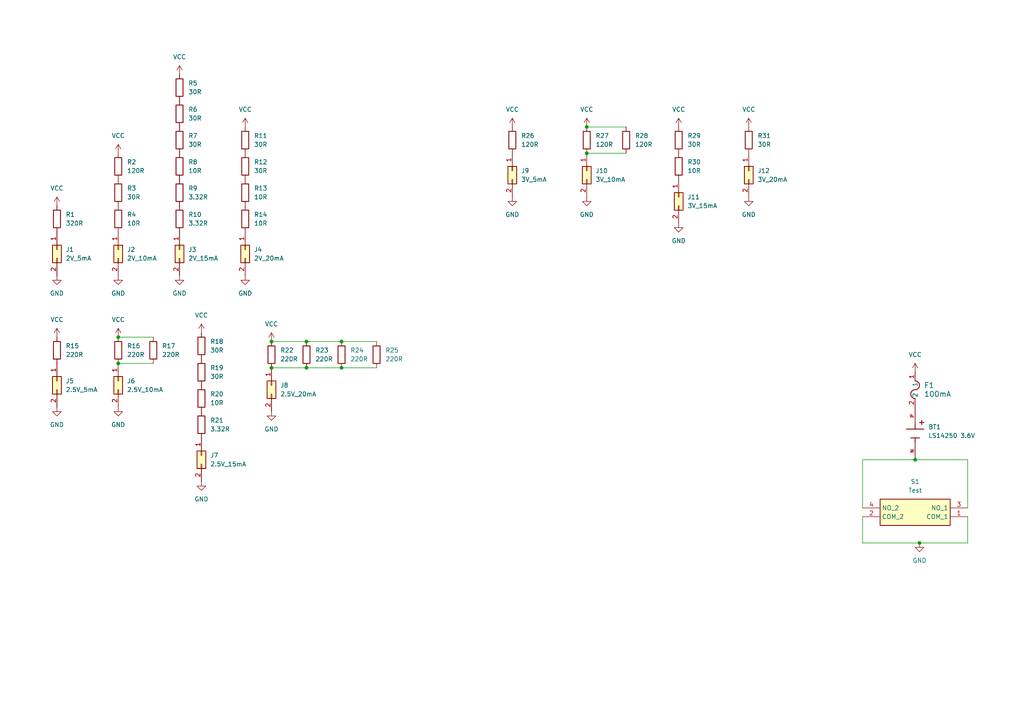
<source format=kicad_sch>
(kicad_sch (version 20230121) (generator eeschema)
  (paper "A4")
  (title_block (title "LED Tester") (rev "1.0") (company "Undefined Systems, LLC"))
  (lib_symbols
    (symbol "108:108" (pin_names (offset 1.016))
      (property "Reference" "BT" (at -3.81 3.81 0))
      (property "Value" "108" (at -3.81 -5.08 0))
      (symbol "108_0_0"
        (polyline (pts (xy -3.81 1.905) (xy -2.54 1.905)) (stroke (width 0.254)))
        (polyline (pts (xy -3.175 2.54) (xy -3.175 1.27)) (stroke (width 0.254)))
        (polyline (pts (xy -1.27 0) (xy -2.54 0)) (stroke (width 0.254)))
        (polyline (pts (xy -1.27 0) (xy -1.27 -2.54)) (stroke (width 0.254)))
        (polyline (pts (xy -1.27 2.54) (xy -1.27 0)) (stroke (width 0.254)))
        (polyline (pts (xy 1.27 0) (xy 1.27 -1.27)) (stroke (width 0.254)))
        (polyline (pts (xy 1.27 0) (xy 2.54 0)) (stroke (width 0.254)))
        (polyline (pts (xy 1.27 1.27) (xy 1.27 0)) (stroke (width 0.254)))
        (pin passive line (at 7.62 0 180) (length 5.08) (name "~") (number "N"))
        (pin passive line (at -7.62 0 0) (length 5.08) (name "~") (number "P"))
      )
    )
    (symbol "2023-10-26_08-36-46:0PTF0078P" (pin_names (offset 0.254))
      (property "Reference" "F" (at 5.08 3.175 0))
      (property "Value" "0PTF0078P" (at 5.08 -3.175 0))
      (symbol "0PTF0078P_1_1"
        (arc (start 5.08 0) (mid 3.81 1.2645) (end 2.54 0) (stroke (width 0.254)))
        (arc (start 5.08 0) (mid 6.35 -1.2645) (end 7.62 0) (stroke (width 0.254)))
        (pin unspecified line (at 0 0 0) (length 2.54) (name "1") (number "1"))
        (pin unspecified line (at 10.16 0 180) (length 2.54) (name "2") (number "2"))
      )
      (symbol "0PTF0078P_1_2"
        (arc (start 0 5.08) (mid -1.2645 3.81) (end 0 2.54) (stroke (width 0.254)))
        (arc (start 0 5.08) (mid 1.2645 6.35) (end 0 7.62) (stroke (width 0.254)))
        (pin unspecified line (at 0 0 90) (length 2.54) (name "1") (number "1"))
        (pin unspecified line (at 0 10.16 270) (length 2.54) (name "2") (number "2"))
      )
    )
    (symbol "Connector_Generic:Conn_02x01" (pin_names (offset 1.016) hide)
      (property "Reference" "J" (at 1.27 2.54 0))
      (property "Value" "Conn_02x01" (at 1.27 -2.54 0))
      (symbol "Conn_02x01_1_1"
        (rectangle (start -1.27 0.127) (end 0 -0.127) (stroke (width 0.1524)))
        (rectangle (start -1.27 1.27) (end 3.81 -1.27) (stroke (width 0.254)) (fill (type background)))
        (rectangle (start 3.81 0.127) (end 2.54 -0.127) (stroke (width 0.1524)))
        (pin passive line (at -5.08 0 0) (length 3.81) (name "Pin_1") (number "1"))
        (pin passive line (at 7.62 0 180) (length 3.81) (name "Pin_2") (number "2"))
      )
    )
    (symbol "Device:R" (pin_numbers hide) (pin_names (offset 0))
      (property "Reference" "R" (at 2.032 0 90))
      (property "Value" "R" (at 0 0 90))
      (symbol "R_0_1"
        (rectangle (start -1.016 -2.54) (end 1.016 2.54) (stroke (width 0.254)))
      )
      (symbol "R_1_1"
        (pin passive line (at 0 3.81 270) (length 1.27) (name "~") (number "1"))
        (pin passive line (at 0 -3.81 90) (length 1.27) (name "~") (number "2"))
      )
    )
    (symbol "FSM6JH:FSM6JH"
      (property "Reference" "S" (at 26.67 7.62 0))
      (property "Value" "FSM6JH" (at 26.67 5.08 0))
      (symbol "FSM6JH_1_1"
        (rectangle (start 5.08 2.54) (end 25.4 -5.08) (stroke (width 0.254)) (fill (type background)))
        (pin passive line (at 30.48 -2.54 180) (length 5.08) (name "COM_1") (number "1"))
        (pin passive line (at 0 -2.54 0) (length 5.08) (name "COM_2") (number "2"))
        (pin passive line (at 30.48 0 180) (length 5.08) (name "NO_1") (number "3"))
        (pin passive line (at 0 0 0) (length 5.08) (name "NO_2") (number "4"))
      )
    )
    (symbol "power:GND" (power) (pin_names (offset 0))
      (property "Value" "GND" (at 0 -3.81 0))
      (symbol "GND_0_1"
        (polyline (pts (xy 0 0) (xy 0 -1.27) (xy 1.27 -1.27) (xy 0 -2.54) (xy -1.27 -1.27) (xy 0 -1.27)))
      )
      (symbol "GND_1_1"
        (pin power_in line (at 0 0 270) (length 0) hide (name "GND") (number "1"))
      )
    )
    (symbol "power:VCC" (power) (pin_names (offset 0))
      (property "Value" "VCC" (at 0 3.81 0))
      (symbol "VCC_0_1"
        (polyline (pts (xy -0.762 1.27) (xy 0 2.54)))
        (polyline (pts (xy 0 0) (xy 0 2.54)))
        (polyline (pts (xy 0 2.54) (xy 0.762 1.27)))
      )
      (symbol "VCC_1_1"
        (pin power_in line (at 0 0 90) (length 0) hide (name "VCC") (number "1"))
      )
    )
  )
  (junction (at 78.74 106.68))
  (junction (at 99.06 99.06))
  (junction (at 265.43 133.35))
  (junction (at 170.18 36.83))
  (junction (at 170.18 44.45))
  (junction (at 88.9 99.06))
  (junction (at 99.06 106.68))
  (junction (at 88.9 106.68))
  (junction (at 34.29 97.79))
  (junction (at 78.74 99.06))
  (junction (at 34.29 105.41))
  (junction (at 266.7 157.48))
  (wire (pts (xy 34.29 97.79) (xy 44.45 97.79)))
  (wire (pts (xy 34.29 105.41) (xy 44.45 105.41)))
  (wire (pts (xy 78.74 99.06) (xy 88.9 99.06)))
  (wire (pts (xy 99.06 99.06) (xy 109.22 99.06)))
  (wire (pts (xy 280.67 149.86) (xy 280.67 157.48)))
  (wire (pts (xy 88.9 106.68) (xy 99.06 106.68)))
  (wire (pts (xy 250.19 133.35) (xy 265.43 133.35)))
  (wire (pts (xy 266.7 157.48) (xy 280.67 157.48)))
  (wire (pts (xy 99.06 106.68) (xy 109.22 106.68)))
  (wire (pts (xy 250.19 147.32) (xy 250.19 133.35)))
  (wire (pts (xy 250.19 149.86) (xy 250.19 157.48)))
  (wire (pts (xy 170.18 44.45) (xy 181.61 44.45)))
  (wire (pts (xy 170.18 36.83) (xy 181.61 36.83)))
  (wire (pts (xy 250.19 157.48) (xy 266.7 157.48)))
  (wire (pts (xy 88.9 99.06) (xy 99.06 99.06)))
  (wire (pts (xy 280.67 133.35) (xy 280.67 147.32)))
  (wire (pts (xy 78.74 106.68) (xy 88.9 106.68)))
  (wire (pts (xy 265.43 133.35) (xy 280.67 133.35)))
  (symbol (lib_id "Connector_Generic:Conn_02x01") (at 34.29 72.39 270) (unit 1)
    (property "Reference" "J2" (at 36.83 72.39 90) (effects (justify left)))
    (property "Value" "2V_10mA" (at 36.83 74.93 90) (effects (justify left)))
    (property "Footprint" "Connector_PinHeader_2.54mm:PinHeader_2x01_P2.54mm_Vertical" (effects hide))
  )
  (symbol (lib_id "Connector_Generic:Conn_02x01") (at 170.18 49.53 270) (unit 1)
    (property "Reference" "J10" (at 172.72 49.53 90) (effects (justify left)))
    (property "Value" "3V_10mA" (at 172.72 52.07 90) (effects (justify left)))
    (property "Footprint" "Connector_PinHeader_2.54mm:PinHeader_2x01_P2.54mm_Vertical" (effects hide))
  )
  (symbol (lib_id "power:VCC") (at 78.74 99.06 0) (unit 1)
    (property "Reference" "#PWR017" (effects hide))
    (property "Value" "VCC" (at 78.74 93.98 0))
  )
  (symbol (lib_id "Device:R") (at 52.07 25.4 0) (unit 1)
    (property "Reference" "R5" (at 54.61 24.13 0) (effects (justify left)))
    (property "Value" "30R" (at 54.61 26.67 0) (effects (justify left)))
    (property "Footprint" "Resistor_SMD:R_1206_3216Metric" (effects hide))
  )
  (symbol (lib_id "Device:R") (at 196.85 40.64 0) (unit 1)
    (property "Reference" "R29" (at 199.39 39.37 0) (effects (justify left)))
    (property "Value" "30R" (at 199.39 41.91 0) (effects (justify left)))
    (property "Footprint" "Resistor_SMD:R_1206_3216Metric" (effects hide))
  )
  (symbol (lib_id "Device:R") (at 196.85 48.26 0) (unit 1)
    (property "Reference" "R30" (at 199.39 46.99 0) (effects (justify left)))
    (property "Value" "10R" (at 199.39 49.53 0) (effects (justify left)))
    (property "Footprint" "Resistor_SMD:R_1206_3216Metric" (effects hide))
  )
  (symbol (lib_id "Device:R") (at 58.42 115.57 0) (unit 1)
    (property "Reference" "R20" (at 60.96 114.3 0) (effects (justify left)))
    (property "Value" "10R" (at 60.96 116.84 0) (effects (justify left)))
    (property "Footprint" "Resistor_SMD:R_1206_3216Metric" (effects hide))
  )
  (symbol (lib_id "Device:R") (at 34.29 48.26 0) (unit 1)
    (property "Reference" "R2" (at 36.83 46.99 0) (effects (justify left)))
    (property "Value" "120R" (at 36.83 49.53 0) (effects (justify left)))
    (property "Footprint" "Resistor_SMD:R_1206_3216Metric" (effects hide))
  )
  (symbol (lib_id "Connector_Generic:Conn_02x01") (at 71.12 72.39 270) (unit 1)
    (property "Reference" "J4" (at 73.66 72.39 90) (effects (justify left)))
    (property "Value" "2V_20mA" (at 73.66 74.93 90) (effects (justify left)))
    (property "Footprint" "Connector_PinHeader_2.54mm:PinHeader_2x01_P2.54mm_Vertical" (effects hide))
  )
  (symbol (lib_id "power:GND") (at 71.12 80.01 0) (unit 1)
    (property "Reference" "#PWR010" (effects hide))
    (property "Value" "GND" (at 71.12 85.09 0))
  )
  (symbol (lib_id "Device:R") (at 88.9 102.87 0) (unit 1)
    (property "Reference" "R23" (at 91.44 101.6 0) (effects (justify left)))
    (property "Value" "220R" (at 91.44 104.14 0) (effects (justify left)))
    (property "Footprint" "Resistor_SMD:R_1206_3216Metric" (effects hide))
  )
  (symbol (lib_id "108:108") (at 265.43 125.73 270) (unit 1)
    (property "Reference" "BT1" (at 269.24 123.825 90) (effects (justify left)))
    (property "Value" "LS14250 3.6V" (at 269.24 126.365 90) (effects (justify left)))
    (property "Footprint" "108 Battery Holder:BAT_108" (effects hide))
    (property "MF" "Keystone Electronics" (effects hide))
    (property "MAXIMUM_PACKAGE_HEIGHT" "15.49mm" (effects hide))
    (property "Package" "None" (effects hide))
    (property "Price" "None" (effects hide))
    (property "Check_prices" "https://www.snapeda.com/parts/108/Keystone+Electronics/view-part/?ref=eda" (effects hide))
    (property "STANDARD" "Manufacturer Recommendations" (effects hide))
    (property "PARTREV" "E" (effects hide))
    (property "SnapEDA_Link" "https://www.snapeda.com/parts/108/Keystone+Electronics/view-part/?ref=snap" (effects hide))
    (property "MP" "108" (effects hide))
    (property "Description" "\nBattery Holder, THM, Plastic, 1 Cell, 1/2AA, CR2 | Keystone Electronics 108\n" (effects hide))
    (property "MANUFACTURER" "Keystone" (effects hide))
    (property "Availability" "In Stock" (effects hide))
    (property "SNAPEDA_PN" "108" (effects hide))
  )
  (symbol (lib_id "2023-10-26_08-36-46:0PTF0078P") (at 265.43 107.95 270) (unit 1)
    (property "Reference" "F1" (at 267.97 111.76 90) (effects (font (size 1.524 1.524)) (justify left)))
    (property "Value" "100mA" (at 267.97 114.3 90) (effects (font (size 1.524 1.524)) (justify left)))
    (property "Footprint" "FUSE_0PTF0078P_LTF" (effects hide))
    (property "Datasheet" "0PTF0078P" (effects hide))
  )
  (symbol (lib_id "power:GND") (at 34.29 118.11 0) (unit 1)
    (property "Reference" "#PWR014" (effects hide))
    (property "Value" "GND" (at 34.29 123.19 0))
  )
  (symbol (lib_id "Device:R") (at 58.42 100.33 0) (unit 1)
    (property "Reference" "R18" (at 60.96 99.06 0) (effects (justify left)))
    (property "Value" "30R" (at 60.96 101.6 0) (effects (justify left)))
    (property "Footprint" "Resistor_SMD:R_1206_3216Metric" (effects hide))
  )
  (symbol (lib_id "Device:R") (at 58.42 107.95 0) (unit 1)
    (property "Reference" "R19" (at 60.96 106.68 0) (effects (justify left)))
    (property "Value" "30R" (at 60.96 109.22 0) (effects (justify left)))
    (property "Footprint" "Resistor_SMD:R_1206_3216Metric" (effects hide))
  )
  (symbol (lib_id "Device:R") (at 58.42 123.19 0) (unit 1)
    (property "Reference" "R21" (at 60.96 121.92 0) (effects (justify left)))
    (property "Value" "3.32R" (at 60.96 124.46 0) (effects (justify left)))
    (property "Footprint" "Resistor_SMD:R_1206_3216Metric" (effects hide))
  )
  (symbol (lib_id "power:VCC") (at 265.43 107.95 0) (unit 1)
    (property "Reference" "#PWR02" (effects hide))
    (property "Value" "VCC" (at 265.43 102.87 0))
  )
  (symbol (lib_id "Device:R") (at 44.45 101.6 0) (unit 1)
    (property "Reference" "R17" (at 46.99 100.33 0) (effects (justify left)))
    (property "Value" "220R" (at 46.99 102.87 0) (effects (justify left)))
    (property "Footprint" "Resistor_SMD:R_1206_3216Metric" (effects hide))
  )
  (symbol (lib_id "Connector_Generic:Conn_02x01") (at 78.74 111.76 270) (unit 1)
    (property "Reference" "J8" (at 81.28 111.76 90) (effects (justify left)))
    (property "Value" "2.5V_20mA" (at 81.28 114.3 90) (effects (justify left)))
    (property "Footprint" "Connector_PinHeader_2.54mm:PinHeader_2x01_P2.54mm_Vertical" (effects hide))
  )
  (symbol (lib_id "Device:R") (at 78.74 102.87 0) (unit 1)
    (property "Reference" "R22" (at 81.28 101.6 0) (effects (justify left)))
    (property "Value" "220R" (at 81.28 104.14 0) (effects (justify left)))
    (property "Footprint" "Resistor_SMD:R_1206_3216Metric" (effects hide))
  )
  (symbol (lib_id "Device:R") (at 52.07 55.88 0) (unit 1)
    (property "Reference" "R9" (at 54.61 54.61 0) (effects (justify left)))
    (property "Value" "3.32R" (at 54.61 57.15 0) (effects (justify left)))
    (property "Footprint" "Resistor_SMD:R_1206_3216Metric" (effects hide))
  )
  (symbol (lib_id "FSM6JH:FSM6JH") (at 250.19 147.32 0) (unit 1)
    (property "Reference" "S1" (at 265.43 139.7 0))
    (property "Value" "Test" (at 265.43 142.24 0))
    (property "Footprint" "FSM6JH" (effects hide))
    (property "Datasheet" "https://componentsearchengine.com/Datasheets/1/FSM6JH.pdf" (effects hide))
    (property "Height" "7" (effects hide))
    (property "Manufacturer_Name" "TE Connectivity" (effects hide))
    (property "Manufacturer_Part_Number" "FSM6JH" (effects hide))
    (property "Mouser Part Number" "506-FSM6JH" (effects hide))
    (property "Mouser Price/Stock" "https://www.mouser.co.uk/ProductDetail/TE-Connectivity-PB/FSM6JH?qs=g%252BEszo6zu8NIk5JBdIFPPA%3D%3D" (effects hide))
    (property "Arrow Part Number" "FSM6JH" (effects hide))
    (property "Arrow Price/Stock" "https://www.arrow.com/en/products/fsm6jh/te-connectivity?region=nac" (effects hide))
  )
  (symbol (lib_id "power:VCC") (at 170.18 36.83 0) (unit 1)
    (property "Reference" "#PWR021" (effects hide))
    (property "Value" "VCC" (at 170.18 31.75 0))
  )
  (symbol (lib_id "Device:R") (at 52.07 33.02 0) (unit 1)
    (property "Reference" "R6" (at 54.61 31.75 0) (effects (justify left)))
    (property "Value" "30R" (at 54.61 34.29 0) (effects (justify left)))
    (property "Footprint" "Resistor_SMD:R_1206_3216Metric" (effects hide))
  )
  (symbol (lib_id "power:GND") (at 196.85 64.77 0) (unit 1)
    (property "Reference" "#PWR024" (effects hide))
    (property "Value" "GND" (at 196.85 69.85 0))
  )
  (symbol (lib_id "Connector_Generic:Conn_02x01") (at 52.07 72.39 270) (unit 1)
    (property "Reference" "J3" (at 54.61 72.39 90) (effects (justify left)))
    (property "Value" "2V_15mA" (at 54.61 74.93 90) (effects (justify left)))
    (property "Footprint" "Connector_PinHeader_2.54mm:PinHeader_2x01_P2.54mm_Vertical" (effects hide))
  )
  (symbol (lib_id "Device:R") (at 71.12 40.64 0) (unit 1)
    (property "Reference" "R11" (at 73.66 39.37 0) (effects (justify left)))
    (property "Value" "30R" (at 73.66 41.91 0) (effects (justify left)))
    (property "Footprint" "Resistor_SMD:R_1206_3216Metric" (effects hide))
  )
  (symbol (lib_id "Device:R") (at 71.12 55.88 0) (unit 1)
    (property "Reference" "R13" (at 73.66 54.61 0) (effects (justify left)))
    (property "Value" "10R" (at 73.66 57.15 0) (effects (justify left)))
    (property "Footprint" "Resistor_SMD:R_1206_3216Metric" (effects hide))
  )
  (symbol (lib_id "Device:R") (at 16.51 63.5 0) (unit 1)
    (property "Reference" "R1" (at 19.05 62.23 0) (effects (justify left)))
    (property "Value" "320R" (at 19.05 64.77 0) (effects (justify left)))
    (property "Footprint" "Resistor_SMD:R_1206_3216Metric" (effects hide))
  )
  (symbol (lib_id "power:VCC") (at 217.17 36.83 0) (unit 1)
    (property "Reference" "#PWR025" (effects hide))
    (property "Value" "VCC" (at 217.17 31.75 0))
  )
  (symbol (lib_id "Connector_Generic:Conn_02x01") (at 196.85 57.15 270) (unit 1)
    (property "Reference" "J11" (at 199.39 57.15 90) (effects (justify left)))
    (property "Value" "3V_15mA" (at 199.39 59.69 90) (effects (justify left)))
    (property "Footprint" "Connector_PinHeader_2.54mm:PinHeader_2x01_P2.54mm_Vertical" (effects hide))
  )
  (symbol (lib_id "Device:R") (at 34.29 55.88 0) (unit 1)
    (property "Reference" "R3" (at 36.83 54.61 0) (effects (justify left)))
    (property "Value" "30R" (at 36.83 57.15 0) (effects (justify left)))
    (property "Footprint" "Resistor_SMD:R_1206_3216Metric" (effects hide))
  )
  (symbol (lib_id "Device:R") (at 71.12 63.5 0) (unit 1)
    (property "Reference" "R14" (at 73.66 62.23 0) (effects (justify left)))
    (property "Value" "10R" (at 73.66 64.77 0) (effects (justify left)))
    (property "Footprint" "Resistor_SMD:R_1206_3216Metric" (effects hide))
  )
  (symbol (lib_id "Connector_Generic:Conn_02x01") (at 58.42 132.08 270) (unit 1)
    (property "Reference" "J7" (at 60.96 132.08 90) (effects (justify left)))
    (property "Value" "2.5V_15mA" (at 60.96 134.62 90) (effects (justify left)))
    (property "Footprint" "Connector_PinHeader_2.54mm:PinHeader_2x01_P2.54mm_Vertical" (effects hide))
  )
  (symbol (lib_id "power:GND") (at 78.74 119.38 0) (unit 1)
    (property "Reference" "#PWR018" (effects hide))
    (property "Value" "GND" (at 78.74 124.46 0))
  )
  (symbol (lib_id "power:GND") (at 52.07 80.01 0) (unit 1)
    (property "Reference" "#PWR08" (effects hide))
    (property "Value" "GND" (at 52.07 85.09 0))
  )
  (symbol (lib_id "Device:R") (at 52.07 40.64 0) (unit 1)
    (property "Reference" "R7" (at 54.61 39.37 0) (effects (justify left)))
    (property "Value" "30R" (at 54.61 41.91 0) (effects (justify left)))
    (property "Footprint" "Resistor_SMD:R_1206_3216Metric" (effects hide))
  )
  (symbol (lib_id "power:VCC") (at 34.29 97.79 0) (unit 1)
    (property "Reference" "#PWR013" (effects hide))
    (property "Value" "VCC" (at 34.29 92.71 0))
  )
  (symbol (lib_id "power:GND") (at 58.42 139.7 0) (unit 1)
    (property "Reference" "#PWR016" (effects hide))
    (property "Value" "GND" (at 58.42 144.78 0))
  )
  (symbol (lib_id "power:GND") (at 170.18 57.15 0) (unit 1)
    (property "Reference" "#PWR022" (effects hide))
    (property "Value" "GND" (at 170.18 62.23 0))
  )
  (symbol (lib_id "power:GND") (at 217.17 57.15 0) (unit 1)
    (property "Reference" "#PWR026" (effects hide))
    (property "Value" "GND" (at 217.17 62.23 0))
  )
  (symbol (lib_id "Device:R") (at 71.12 48.26 0) (unit 1)
    (property "Reference" "R12" (at 73.66 46.99 0) (effects (justify left)))
    (property "Value" "30R" (at 73.66 49.53 0) (effects (justify left)))
    (property "Footprint" "Resistor_SMD:R_1206_3216Metric" (effects hide))
  )
  (symbol (lib_id "power:VCC") (at 52.07 21.59 0) (unit 1)
    (property "Reference" "#PWR07" (effects hide))
    (property "Value" "VCC" (at 52.07 16.51 0))
  )
  (symbol (lib_id "Device:R") (at 34.29 101.6 0) (unit 1)
    (property "Reference" "R16" (at 36.83 100.33 0) (effects (justify left)))
    (property "Value" "220R" (at 36.83 102.87 0) (effects (justify left)))
    (property "Footprint" "Resistor_SMD:R_1206_3216Metric" (effects hide))
  )
  (symbol (lib_id "Device:R") (at 170.18 40.64 0) (unit 1)
    (property "Reference" "R27" (at 172.72 39.37 0) (effects (justify left)))
    (property "Value" "120R" (at 172.72 41.91 0) (effects (justify left)))
    (property "Footprint" "Resistor_SMD:R_1206_3216Metric" (effects hide))
  )
  (symbol (lib_id "Device:R") (at 34.29 63.5 0) (unit 1)
    (property "Reference" "R4" (at 36.83 62.23 0) (effects (justify left)))
    (property "Value" "10R" (at 36.83 64.77 0) (effects (justify left)))
    (property "Footprint" "Resistor_SMD:R_1206_3216Metric" (effects hide))
  )
  (symbol (lib_id "power:GND") (at 266.7 157.48 0) (unit 1)
    (property "Reference" "#PWR01" (effects hide))
    (property "Value" "GND" (at 266.7 162.56 0))
  )
  (symbol (lib_id "Connector_Generic:Conn_02x01") (at 16.51 72.39 270) (unit 1)
    (property "Reference" "J1" (at 19.05 72.39 90) (effects (justify left)))
    (property "Value" "2V_5mA" (at 19.05 74.93 90) (effects (justify left)))
    (property "Footprint" "Connector_PinHeader_2.54mm:PinHeader_2x01_P2.54mm_Vertical" (effects hide))
  )
  (symbol (lib_id "Connector_Generic:Conn_02x01") (at 148.59 49.53 270) (unit 1)
    (property "Reference" "J9" (at 151.13 49.53 90) (effects (justify left)))
    (property "Value" "3V_5mA" (at 151.13 52.07 90) (effects (justify left)))
    (property "Footprint" "Connector_PinHeader_2.54mm:PinHeader_2x01_P2.54mm_Vertical" (effects hide))
  )
  (symbol (lib_id "power:VCC") (at 16.51 59.69 0) (unit 1)
    (property "Reference" "#PWR04" (effects hide))
    (property "Value" "VCC" (at 16.51 54.61 0))
  )
  (symbol (lib_id "Device:R") (at 16.51 101.6 0) (unit 1)
    (property "Reference" "R15" (at 19.05 100.33 0) (effects (justify left)))
    (property "Value" "220R" (at 19.05 102.87 0) (effects (justify left)))
    (property "Footprint" "Resistor_SMD:R_1206_3216Metric" (effects hide))
  )
  (symbol (lib_id "power:GND") (at 16.51 80.01 0) (unit 1)
    (property "Reference" "#PWR03" (effects hide))
    (property "Value" "GND" (at 16.51 85.09 0))
  )
  (symbol (lib_id "power:GND") (at 148.59 57.15 0) (unit 1)
    (property "Reference" "#PWR020" (effects hide))
    (property "Value" "GND" (at 148.59 62.23 0))
  )
  (symbol (lib_id "Connector_Generic:Conn_02x01") (at 217.17 49.53 270) (unit 1)
    (property "Reference" "J12" (at 219.71 49.53 90) (effects (justify left)))
    (property "Value" "3V_20mA" (at 219.71 52.07 90) (effects (justify left)))
    (property "Footprint" "Connector_PinHeader_2.54mm:PinHeader_2x01_P2.54mm_Vertical" (effects hide))
  )
  (symbol (lib_id "Device:R") (at 52.07 48.26 0) (unit 1)
    (property "Reference" "R8" (at 54.61 46.99 0) (effects (justify left)))
    (property "Value" "10R" (at 54.61 49.53 0) (effects (justify left)))
    (property "Footprint" "Resistor_SMD:R_1206_3216Metric" (effects hide))
  )
  (symbol (lib_id "Device:R") (at 109.22 102.87 0) (unit 1)
    (property "Reference" "R25" (at 111.76 101.6 0) (effects (justify left)))
    (property "Value" "220R" (at 111.76 104.14 0) (effects (justify left)))
    (property "Footprint" "Resistor_SMD:R_1206_3216Metric" (effects hide))
  )
  (symbol (lib_id "power:GND") (at 34.29 80.01 0) (unit 1)
    (property "Reference" "#PWR06" (effects hide))
    (property "Value" "GND" (at 34.29 85.09 0))
  )
  (symbol (lib_id "power:VCC") (at 148.59 36.83 0) (unit 1)
    (property "Reference" "#PWR019" (effects hide))
    (property "Value" "VCC" (at 148.59 31.75 0))
  )
  (symbol (lib_id "Connector_Generic:Conn_02x01") (at 34.29 110.49 270) (unit 1)
    (property "Reference" "J6" (at 36.83 110.49 90) (effects (justify left)))
    (property "Value" "2.5V_10mA" (at 36.83 113.03 90) (effects (justify left)))
    (property "Footprint" "Connector_PinHeader_2.54mm:PinHeader_2x01_P2.54mm_Vertical" (effects hide))
  )
  (symbol (lib_id "power:GND") (at 16.51 118.11 0) (unit 1)
    (property "Reference" "#PWR012" (effects hide))
    (property "Value" "GND" (at 16.51 123.19 0))
  )
  (symbol (lib_id "Device:R") (at 52.07 63.5 0) (unit 1)
    (property "Reference" "R10" (at 54.61 62.23 0) (effects (justify left)))
    (property "Value" "3.32R" (at 54.61 64.77 0) (effects (justify left)))
    (property "Footprint" "Resistor_SMD:R_1206_3216Metric" (effects hide))
  )
  (symbol (lib_id "Device:R") (at 99.06 102.87 0) (unit 1)
    (property "Reference" "R24" (at 101.6 101.6 0) (effects (justify left)))
    (property "Value" "220R" (at 101.6 104.14 0) (effects (justify left)))
    (property "Footprint" "Resistor_SMD:R_1206_3216Metric" (effects hide))
  )
  (symbol (lib_id "Device:R") (at 148.59 40.64 0) (unit 1)
    (property "Reference" "R26" (at 151.13 39.37 0) (effects (justify left)))
    (property "Value" "120R" (at 151.13 41.91 0) (effects (justify left)))
    (property "Footprint" "Resistor_SMD:R_1206_3216Metric" (effects hide))
  )
  (symbol (lib_id "power:VCC") (at 71.12 36.83 0) (unit 1)
    (property "Reference" "#PWR09" (effects hide))
    (property "Value" "VCC" (at 71.12 31.75 0))
  )
  (symbol (lib_id "power:VCC") (at 58.42 96.52 0) (unit 1)
    (property "Reference" "#PWR015" (effects hide))
    (property "Value" "VCC" (at 58.42 91.44 0))
  )
  (symbol (lib_id "power:VCC") (at 34.29 44.45 0) (unit 1)
    (property "Reference" "#PWR05" (effects hide))
    (property "Value" "VCC" (at 34.29 39.37 0))
  )
  (symbol (lib_id "power:VCC") (at 196.85 36.83 0) (unit 1)
    (property "Reference" "#PWR023" (effects hide))
    (property "Value" "VCC" (at 196.85 31.75 0))
  )
  (symbol (lib_id "Device:R") (at 217.17 40.64 0) (unit 1)
    (property "Reference" "R31" (at 219.71 39.37 0) (effects (justify left)))
    (property "Value" "30R" (at 219.71 41.91 0) (effects (justify left)))
    (property "Footprint" "Resistor_SMD:R_1206_3216Metric" (effects hide))
  )
  (symbol (lib_id "Device:R") (at 181.61 40.64 0) (unit 1)
    (property "Reference" "R28" (at 184.15 39.37 0) (effects (justify left)))
    (property "Value" "120R" (at 184.15 41.91 0) (effects (justify left)))
    (property "Footprint" "Resistor_SMD:R_1206_3216Metric" (effects hide))
  )
  (symbol (lib_id "Connector_Generic:Conn_02x01") (at 16.51 110.49 270) (unit 1)
    (property "Reference" "J5" (at 19.05 110.49 90) (effects (justify left)))
    (property "Value" "2.5V_5mA" (at 19.05 113.03 90) (effects (justify left)))
    (property "Footprint" "Connector_PinHeader_2.54mm:PinHeader_2x01_P2.54mm_Vertical" (effects hide))
  )
  (symbol (lib_id "power:VCC") (at 16.51 97.79 0) (unit 1)
    (property "Reference" "#PWR011" (effects hide))
    (property "Value" "VCC" (at 16.51 92.71 0))
  )
)
</source>
